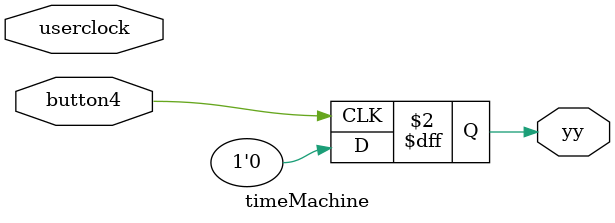
<source format=v>
`timescale 1ns / 1ps
module timeMachine(button4, userclock, yy);
input button4;
input userclock;
output reg yy;
reg [1:0] state, next_state;
reg prevbuttonpress;

always@(posedge button4) begin
yy<=1;
yy<=0;
end



endmodule

</source>
